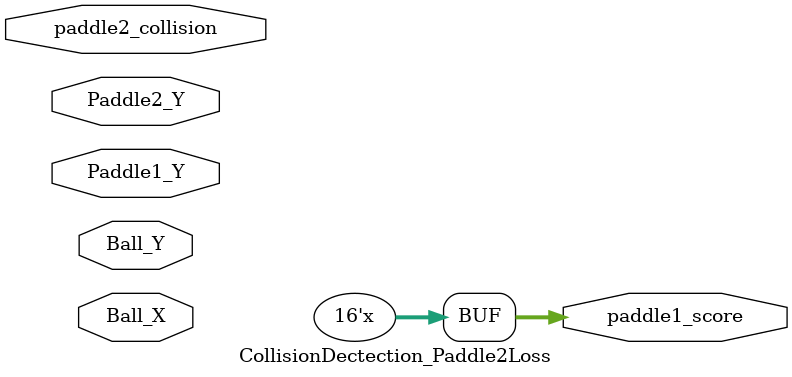
<source format=v>
module CollisionDectection_Paddle2Loss (
    input [15:0] Ball_X,
    input [15:0] Ball_Y,
    input [15:0] Paddle1_Y,
    input [15:0] Paddle2_Y,
    input wire paddle2_collision, // Signal indicating ball collision with Paddle 2. Is it even needed?
    output reg [15:0] paddle1_score // Register to store Paddle 1 score
);

    // Parameters for screen resolution
    parameter SCREEN_HEIGHT = 480;

    // Parameters for paddle dimensions
    parameter PADDLE_HEIGHT = 80; 
    parameter MAX_SCORE = 9; // Maximum score

    always @(*)
        begin

        // Check if ball collision with Paddle 2 has failed
        if ((Ball_X >= SCREEN_WIDTH - 20) && (Ball_X < SCREEN_WIDTH) && ((Ball_Y < Paddle2_Y) || (Ball_Y >= (Paddle2_Y + PADDLE_HEIGHT)))) 
            begin
            // Update Paddle 1 score, ensuring it does not exceed the maximum score

            if (paddle1_score < MAX_SCORE) 
               begin
               paddle1_score = paddle1_score + 1;
            end
        end
    end

endmodule
</source>
